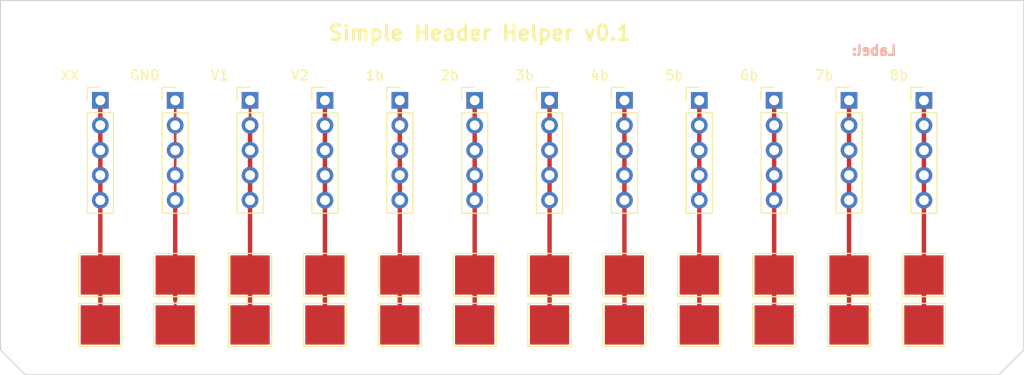
<source format=kicad_pcb>
(kicad_pcb (version 20211014) (generator pcbnew)
  (layers (0 "F.Cu" signal) (31 "B.Cu" signal) (34 "B.Paste" user) (35 "F.Paste" user) (36 "B.SilkS" user "B.Silkscreen") (37 "F.SilkS" user "F.Silkscreen") (38 "B.Mask" user) (39 "F.Mask" user) (44 "Edge.Cuts" user))
  (net 0 "")
  (net 1 "Net-(J1-Pad5)")
  (net 2 "Net-(J2-Pad5)")
  (net 3 "Net-(J3-Pad5)")
  (net 4 "Net-(J4-Pad5)")
  (net 5 "Net-(J5-Pad5)")
  (net 6 "Net-(J6-Pad5)")
  (net 7 "Net-(J7-Pad4)")
  (net 8 "Net-(J8-Pad5)")
  (net 9 "Net-(Ja1-Pad5)")
  (net 10 "Net-(Jb1-Pad1)")
  (net 11 "Net-(Jc1-Pad5)")
  (net 12 "Net-(Jd1-Pad5)")
  (footprint "TestPoint:TestPoint_Pad_4.0x4.0mm" (layer "F.Cu") (at 91.44 104.14 -90)
    (fp_text reference "TP24" hide)
    (fp_text value "XX" (at -20.32 3.1 180) (layer "F.SilkS"))
    (fp_line (start 2.2 -2.2) (end 2.2 2.2) (layer "F.SilkS") (width 0.12))
    (fp_line (start -2.2 2.2) (end -2.2 -2.2) (layer "F.SilkS") (width 0.12))
    (fp_line (start 2.2 2.2) (end -2.2 2.2) (layer "F.SilkS") (width 0.12))
    (fp_line (start -2.2 -2.2) (end 2.2 -2.2) (layer "F.SilkS") (width 0.12))
    (pad "1" smd rect (at 0 0 270) (size 4 4) (layers "F.Cu" "F.Mask") (net 12 "Net-(Jd1-Pad5)"))
  )
  (footprint "Connector_PinHeader_2.54mm:PinHeader_1x05_P2.54mm_Vertical" (layer "F.Cu") (at 106.68 86.36)
    (fp_text reference "Ja1" hide)
    (fp_text value "Conn_01x05_Male" hide)
    (fp_line (start -1.33 1.27) (end -1.33 11.49) (layer "F.SilkS") (width 0.12))
    (fp_line (start -1.33 11.49) (end 1.33 11.49) (layer "F.SilkS") (width 0.12))
    (fp_line (start 1.33 1.27) (end 1.33 11.49) (layer "F.SilkS") (width 0.12))
    (fp_line (start -1.33 0) (end -1.33 -1.33) (layer "F.SilkS") (width 0.12))
    (fp_line (start -1.33 1.27) (end 1.33 1.27) (layer "F.SilkS") (width 0.12))
    (fp_line (start -1.33 -1.33) (end 0 -1.33) (layer "F.SilkS") (width 0.12))
    (pad "1" thru_hole rect (at 0 0) (size 1.7 1.7) (drill 1) (layers *.Cu *.Mask) (net 9 "Net-(Ja1-Pad5)"))
    (pad "2" thru_hole oval (at 0 2.54) (size 1.7 1.7) (drill 1) (layers *.Cu *.Mask) (net 9 "Net-(Ja1-Pad5)"))
    (pad "3" thru_hole oval (at 0 5.08) (size 1.7 1.7) (drill 1) (layers *.Cu *.Mask) (net 9 "Net-(Ja1-Pad5)"))
    (pad "4" thru_hole oval (at 0 7.62) (size 1.7 1.7) (drill 1) (layers *.Cu *.Mask) (net 9 "Net-(Ja1-Pad5)"))
    (pad "5" thru_hole oval (at 0 10.16) (size 1.7 1.7) (drill 1) (layers *.Cu *.Mask) (net 9 "Net-(Ja1-Pad5)"))
  )
  (footprint "MountingHole:MountingHole_2.5mm" (layer "F.Cu") (at 84.836 79.756)
    (fp_text reference "REF1" hide)
    (fp_text value "MountingHole_2.5mm" hide)
    (pad "" np_thru_hole circle (at 0 0) (size 2.5 2.5) (drill 2.5) (layers *.Cu *.Mask))
  )
  (footprint "TestPoint:TestPoint_Pad_4.0x4.0mm" (layer "F.Cu") (at 160.02 109.22)
    (fp_text reference "TP11" hide)
    (fp_text value "6b1" hide)
    (fp_line (start -2.2 -2.2) (end 2.2 -2.2) (layer "F.SilkS") (width 0.12))
    (fp_line (start -2.2 2.2) (end -2.2 -2.2) (layer "F.SilkS") (width 0.12))
    (fp_line (start 2.2 -2.2) (end 2.2 2.2) (layer "F.SilkS") (width 0.12))
    (fp_line (start 2.2 2.2) (end -2.2 2.2) (layer "F.SilkS") (width 0.12))
    (pad "1" smd rect (at 0 0) (size 4 4) (layers "F.Cu" "F.Mask") (net 6 "Net-(J6-Pad5)"))
  )
  (footprint "TestPoint:TestPoint_Pad_4.0x4.0mm" (layer "F.Cu") (at 99.06 104.14 -90)
    (fp_text reference "TP22" hide)
    (fp_text value "GND" (at -20.32 3.1 180) (layer "F.SilkS"))
    (fp_line (start 2.2 -2.2) (end 2.2 2.2) (layer "F.SilkS") (width 0.12))
    (fp_line (start -2.2 -2.2) (end 2.2 -2.2) (layer "F.SilkS") (width 0.12))
    (fp_line (start -2.2 2.2) (end -2.2 -2.2) (layer "F.SilkS") (width 0.12))
    (fp_line (start 2.2 2.2) (end -2.2 2.2) (layer "F.SilkS") (width 0.12))
    (pad "1" smd rect (at 0 0 270) (size 4 4) (layers "F.Cu" "F.Mask") (net 11 "Net-(Jc1-Pad5)"))
  )
  (footprint "TestPoint:TestPoint_Pad_4.0x4.0mm" (layer "F.Cu") (at 137.16 109.22)
    (fp_text reference "TP5" hide)
    (fp_text value "3b1" hide)
    (fp_line (start -2.2 -2.2) (end 2.2 -2.2) (layer "F.SilkS") (width 0.12))
    (fp_line (start -2.2 2.2) (end -2.2 -2.2) (layer "F.SilkS") (width 0.12))
    (fp_line (start 2.2 2.2) (end -2.2 2.2) (layer "F.SilkS") (width 0.12))
    (fp_line (start 2.2 -2.2) (end 2.2 2.2) (layer "F.SilkS") (width 0.12))
    (pad "1" smd rect (at 0 0) (size 4 4) (layers "F.Cu" "F.Mask") (net 3 "Net-(J3-Pad5)"))
  )
  (footprint "Connector_PinHeader_2.54mm:PinHeader_1x05_P2.54mm_Vertical" (layer "F.Cu") (at 167.64 86.36)
    (fp_text reference "J7" hide)
    (fp_text value "7b" (at -2.54 -2.54) (layer "F.SilkS"))
    (fp_line (start -1.33 11.49) (end 1.33 11.49) (layer "F.SilkS") (width 0.12))
    (fp_line (start -1.33 0) (end -1.33 -1.33) (layer "F.SilkS") (width 0.12))
    (fp_line (start -1.33 -1.33) (end 0 -1.33) (layer "F.SilkS") (width 0.12))
    (fp_line (start -1.33 1.27) (end 1.33 1.27) (layer "F.SilkS") (width 0.12))
    (fp_line (start -1.33 1.27) (end -1.33 11.49) (layer "F.SilkS") (width 0.12))
    (fp_line (start 1.33 1.27) (end 1.33 11.49) (layer "F.SilkS") (width 0.12))
    (pad "1" thru_hole rect (at 0 0) (size 1.7 1.7) (drill 1) (layers *.Cu *.Mask) (net 7 "Net-(J7-Pad4)"))
    (pad "2" thru_hole oval (at 0 2.54) (size 1.7 1.7) (drill 1) (layers *.Cu *.Mask) (net 7 "Net-(J7-Pad4)"))
    (pad "3" thru_hole oval (at 0 5.08) (size 1.7 1.7) (drill 1) (layers *.Cu *.Mask) (net 7 "Net-(J7-Pad4)"))
    (pad "4" thru_hole oval (at 0 7.62) (size 1.7 1.7) (drill 1) (layers *.Cu *.Mask) (net 7 "Net-(J7-Pad4)"))
    (pad "5" thru_hole oval (at 0 10.16) (size 1.7 1.7) (drill 1) (layers *.Cu *.Mask) (net 7 "Net-(J7-Pad4)"))
  )
  (footprint "TestPoint:TestPoint_Pad_4.0x4.0mm" (layer "F.Cu") (at 121.92 109.22)
    (fp_text reference "TP2" hide)
    (fp_text value "1b2" hide)
    (fp_line (start 2.2 2.2) (end -2.2 2.2) (layer "F.SilkS") (width 0.12))
    (fp_line (start -2.2 -2.2) (end 2.2 -2.2) (layer "F.SilkS") (width 0.12))
    (fp_line (start 2.2 -2.2) (end 2.2 2.2) (layer "F.SilkS") (width 0.12))
    (fp_line (start -2.2 2.2) (end -2.2 -2.2) (layer "F.SilkS") (width 0.12))
    (pad "1" smd rect (at 0 0) (size 4 4) (layers "F.Cu" "F.Mask") (net 1 "Net-(J1-Pad5)"))
  )
  (footprint "TestPoint:TestPoint_Pad_4.0x4.0mm" (layer "F.Cu") (at 129.54 104.14)
    (fp_text reference "TP4" hide)
    (fp_text value "2b2" hide)
    (fp_line (start 2.2 2.2) (end -2.2 2.2) (layer "F.SilkS") (width 0.12))
    (fp_line (start -2.2 -2.2) (end 2.2 -2.2) (layer "F.SilkS") (width 0.12))
    (fp_line (start -2.2 2.2) (end -2.2 -2.2) (layer "F.SilkS") (width 0.12))
    (fp_line (start 2.2 -2.2) (end 2.2 2.2) (layer "F.SilkS") (width 0.12))
    (pad "1" smd rect (at 0 0) (size 4 4) (layers "F.Cu" "F.Mask") (net 2 "Net-(J2-Pad5)"))
  )
  (footprint "TestPoint:TestPoint_Pad_4.0x4.0mm" (layer "F.Cu") (at 114.3 104.14 -90)
    (fp_text reference "TP20" hide)
    (fp_text value "V2" (at -20.32 2.54 180) (layer "F.SilkS"))
    (fp_line (start 2.2 2.2) (end -2.2 2.2) (layer "F.SilkS") (width 0.12))
    (fp_line (start 2.2 -2.2) (end 2.2 2.2) (layer "F.SilkS") (width 0.12))
    (fp_line (start -2.2 -2.2) (end 2.2 -2.2) (layer "F.SilkS") (width 0.12))
    (fp_line (start -2.2 2.2) (end -2.2 -2.2) (layer "F.SilkS") (width 0.12))
    (pad "1" smd rect (at 0 0 270) (size 4 4) (layers "F.Cu" "F.Mask") (net 10 "Net-(Jb1-Pad1)"))
  )
  (footprint "TestPoint:TestPoint_Pad_4.0x4.0mm" (layer "F.Cu") (at 144.78 104.14)
    (fp_text reference "TP8" hide)
    (fp_text value "4b2" hide)
    (fp_line (start -2.2 2.2) (end -2.2 -2.2) (layer "F.SilkS") (width 0.12))
    (fp_line (start -2.2 -2.2) (end 2.2 -2.2) (layer "F.SilkS") (width 0.12))
    (fp_line (start 2.2 2.2) (end -2.2 2.2) (layer "F.SilkS") (width 0.12))
    (fp_line (start 2.2 -2.2) (end 2.2 2.2) (layer "F.SilkS") (width 0.12))
    (pad "1" smd rect (at 0 0) (size 4 4) (layers "F.Cu" "F.Mask") (net 4 "Net-(J4-Pad5)"))
  )
  (footprint "Connector_PinHeader_2.54mm:PinHeader_1x05_P2.54mm_Vertical" (layer "F.Cu") (at 144.78 86.36)
    (fp_text reference "J4" hide)
    (fp_text value "4b" (at -2.54 -2.54) (layer "F.SilkS"))
    (fp_line (start -1.33 1.27) (end -1.33 11.49) (layer "F.SilkS") (width 0.12))
    (fp_line (start -1.33 0) (end -1.33 -1.33) (layer "F.SilkS") (width 0.12))
    (fp_line (start -1.33 1.27) (end 1.33 1.27) (layer "F.SilkS") (width 0.12))
    (fp_line (start -1.33 11.49) (end 1.33 11.49) (layer "F.SilkS") (width 0.12))
    (fp_line (start -1.33 -1.33) (end 0 -1.33) (layer "F.SilkS") (width 0.12))
    (fp_line (start 1.33 1.27) (end 1.33 11.49) (layer "F.SilkS") (width 0.12))
    (pad "1" thru_hole rect (at 0 0) (size 1.7 1.7) (drill 1) (layers *.Cu *.Mask) (net 4 "Net-(J4-Pad5)"))
    (pad "2" thru_hole oval (at 0 2.54) (size 1.7 1.7) (drill 1) (layers *.Cu *.Mask) (net 4 "Net-(J4-Pad5)"))
    (pad "3" thru_hole oval (at 0 5.08) (size 1.7 1.7) (drill 1) (layers *.Cu *.Mask) (net 4 "Net-(J4-Pad5)"))
    (pad "4" thru_hole oval (at 0 7.62) (size 1.7 1.7) (drill 1) (layers *.Cu *.Mask) (net 4 "Net-(J4-Pad5)"))
    (pad "5" thru_hole oval (at 0 10.16) (size 1.7 1.7) (drill 1) (layers *.Cu *.Mask) (net 4 "Net-(J4-Pad5)"))
  )
  (footprint "TestPoint:TestPoint_Pad_4.0x4.0mm" (layer "F.Cu") (at 114.3 109.22 -90)
    (fp_text reference "TP19" hide)
    (fp_text value "V2" hide)
    (fp_line (start 2.2 -2.2) (end 2.2 2.2) (layer "F.SilkS") (width 0.12))
    (fp_line (start 2.2 2.2) (end -2.2 2.2) (layer "F.SilkS") (width 0.12))
    (fp_line (start -2.2 2.2) (end -2.2 -2.2) (layer "F.SilkS") (width 0.12))
    (fp_line (start -2.2 -2.2) (end 2.2 -2.2) (layer "F.SilkS") (width 0.12))
    (pad "1" smd rect (at 0 0 270) (size 4 4) (layers "F.Cu" "F.Mask") (net 10 "Net-(Jb1-Pad1)"))
  )
  (footprint "TestPoint:TestPoint_Pad_4.0x4.0mm" (layer "F.Cu") (at 167.64 104.14)
    (fp_text reference "TP13" hide)
    (fp_text value "7b1" hide)
    (fp_line (start 2.2 2.2) (end -2.2 2.2) (layer "F.SilkS") (width 0.12))
    (fp_line (start -2.2 -2.2) (end 2.2 -2.2) (layer "F.SilkS") (width 0.12))
    (fp_line (start 2.2 -2.2) (end 2.2 2.2) (layer "F.SilkS") (width 0.12))
    (fp_line (start -2.2 2.2) (end -2.2 -2.2) (layer "F.SilkS") (width 0.12))
    (pad "1" smd rect (at 0 0) (size 4 4) (layers "F.Cu" "F.Mask") (net 7 "Net-(J7-Pad4)"))
  )
  (footprint "Connector_PinHeader_2.54mm:PinHeader_1x05_P2.54mm_Vertical" (layer "F.Cu") (at 129.54 86.365)
    (fp_text reference "J2" hide)
    (fp_text value "2b" (at -2.54 -2.545) (layer "F.SilkS"))
    (fp_line (start -1.33 1.27) (end 1.33 1.27) (layer "F.SilkS") (width 0.12))
    (fp_line (start 1.33 1.27) (end 1.33 11.49) (layer "F.SilkS") (width 0.12))
    (fp_line (start -1.33 0) (end -1.33 -1.33) (layer "F.SilkS") (width 0.12))
    (fp_line (start -1.33 -1.33) (end 0 -1.33) (layer "F.SilkS") (width 0.12))
    (fp_line (start -1.33 11.49) (end 1.33 11.49) (layer "F.SilkS") (width 0.12))
    (fp_line (start -1.33 1.27) (end -1.33 11.49) (layer "F.SilkS") (width 0.12))
    (pad "1" thru_hole rect (at 0 0) (size 1.7 1.7) (drill 1) (layers *.Cu *.Mask) (net 2 "Net-(J2-Pad5)"))
    (pad "2" thru_hole oval (at 0 2.54) (size 1.7 1.7) (drill 1) (layers *.Cu *.Mask) (net 2 "Net-(J2-Pad5)"))
    (pad "3" thru_hole oval (at 0 5.08) (size 1.7 1.7) (drill 1) (layers *.Cu *.Mask) (net 2 "Net-(J2-Pad5)"))
    (pad "4" thru_hole oval (at 0 7.62) (size 1.7 1.7) (drill 1) (layers *.Cu *.Mask) (net 2 "Net-(J2-Pad5)"))
    (pad "5" thru_hole oval (at 0 10.16) (size 1.7 1.7) (drill 1) (layers *.Cu *.Mask) (net 2 "Net-(J2-Pad5)"))
  )
  (footprint "TestPoint:TestPoint_Pad_4.0x4.0mm" (layer "F.Cu") (at 144.78 109.22)
    (fp_text reference "TP7" hide)
    (fp_text value "4b1" hide)
    (fp_line (start 2.2 -2.2) (end 2.2 2.2) (layer "F.SilkS") (width 0.12))
    (fp_line (start -2.2 2.2) (end -2.2 -2.2) (layer "F.SilkS") (width 0.12))
    (fp_line (start -2.2 -2.2) (end 2.2 -2.2) (layer "F.SilkS") (width 0.12))
    (fp_line (start 2.2 2.2) (end -2.2 2.2) (layer "F.SilkS") (width 0.12))
    (pad "1" smd rect (at 0 0) (size 4 4) (layers "F.Cu" "F.Mask") (net 4 "Net-(J4-Pad5)"))
  )
  (footprint "TestPoint:TestPoint_Pad_4.0x4.0mm" (layer "F.Cu") (at 152.4 109.22)
    (fp_text reference "TP9" hide)
    (fp_text value "5b1" hide)
    (fp_line (start 2.2 2.2) (end -2.2 2.2) (layer "F.SilkS") (width 0.12))
    (fp_line (start -2.2 2.2) (end -2.2 -2.2) (layer "F.SilkS") (width 0.12))
    (fp_line (start -2.2 -2.2) (end 2.2 -2.2) (layer "F.SilkS") (width 0.12))
    (fp_line (start 2.2 -2.2) (end 2.2 2.2) (layer "F.SilkS") (width 0.12))
    (pad "1" smd rect (at 0 0) (size 4 4) (layers "F.Cu" "F.Mask") (net 5 "Net-(J5-Pad5)"))
  )
  (footprint "Connector_PinHeader_2.54mm:PinHeader_1x05_P2.54mm_Vertical" (layer "F.Cu") (at 152.4 86.365)
    (fp_text reference "J5" hide)
    (fp_text value "5b" (at -2.54 -2.545) (layer "F.SilkS"))
    (fp_line (start -1.33 0) (end -1.33 -1.33) (layer "F.SilkS") (width 0.12))
    (fp_line (start -1.33 1.27) (end -1.33 11.49) (layer "F.SilkS") (width 0.12))
    (fp_line (start 1.33 1.27) (end 1.33 11.49) (layer "F.SilkS") (width 0.12))
    (fp_line (start -1.33 11.49) (end 1.33 11.49) (layer "F.SilkS") (width 0.12))
    (fp_line (start -1.33 1.27) (end 1.33 1.27) (layer "F.SilkS") (width 0.12))
    (fp_line (start -1.33 -1.33) (end 0 -1.33) (layer "F.SilkS") (width 0.12))
    (pad "1" thru_hole rect (at 0 0) (size 1.7 1.7) (drill 1) (layers *.Cu *.Mask) (net 5 "Net-(J5-Pad5)"))
    (pad "2" thru_hole oval (at 0 2.54) (size 1.7 1.7) (drill 1) (layers *.Cu *.Mask) (net 5 "Net-(J5-Pad5)"))
    (pad "3" thru_hole oval (at 0 5.08) (size 1.7 1.7) (drill 1) (layers *.Cu *.Mask) (net 5 "Net-(J5-Pad5)"))
    (pad "4" thru_hole oval (at 0 7.62) (size 1.7 1.7) (drill 1) (layers *.Cu *.Mask) (net 5 "Net-(J5-Pad5)"))
    (pad "5" thru_hole oval (at 0 10.16) (size 1.7 1.7) (drill 1) (layers *.Cu *.Mask) (net 5 "Net-(J5-Pad5)"))
  )
  (footprint "Connector_PinHeader_2.54mm:PinHeader_1x05_P2.54mm_Vertical" (layer "F.Cu") (at 160.02 86.36)
    (fp_text reference "J6" hide)
    (fp_text value "6b" (at -2.54 -2.54) (layer "F.SilkS"))
    (fp_line (start -1.33 1.27) (end 1.33 1.27) (layer "F.SilkS") (width 0.12))
    (fp_line (start -1.33 0) (end -1.33 -1.33) (layer "F.SilkS") (width 0.12))
    (fp_line (start 1.33 1.27) (end 1.33 11.49) (layer "F.SilkS") (width 0.12))
    (fp_line (start -1.33 11.49) (end 1.33 11.49) (layer "F.SilkS") (width 0.12))
    (fp_line (start -1.33 -1.33) (end 0 -1.33) (layer "F.SilkS") (width 0.12))
    (fp_line (start -1.33 1.27) (end -1.33 11.49) (layer "F.SilkS") (width 0.12))
    (pad "1" thru_hole rect (at 0 0) (size 1.7 1.7) (drill 1) (layers *.Cu *.Mask) (net 6 "Net-(J6-Pad5)"))
    (pad "2" thru_hole oval (at 0 2.54) (size 1.7 1.7) (drill 1) (layers *.Cu *.Mask) (net 6 "Net-(J6-Pad5)"))
    (pad "3" thru_hole oval (at 0 5.08) (size 1.7 1.7) (drill 1) (layers *.Cu *.Mask) (net 6 "Net-(J6-Pad5)"))
    (pad "4" thru_hole oval (at 0 7.62) (size 1.7 1.7) (drill 1) (layers *.Cu *.Mask) (net 6 "Net-(J6-Pad5)"))
    (pad "5" thru_hole oval (at 0 10.16) (size 1.7 1.7) (drill 1) (layers *.Cu *.Mask) (net 6 "Net-(J6-Pad5)"))
  )
  (footprint "Connector_PinHeader_2.54mm:PinHeader_1x05_P2.54mm_Vertical" (layer "F.Cu") (at 121.92 86.36)
    (fp_text reference "J1" hide)
    (fp_text value "1b" (at -2.54 -2.54) (layer "F.SilkS"))
    (fp_line (start -1.33 1.27) (end -1.33 11.49) (layer "F.SilkS") (width 0.12))
    (fp_line (start -1.33 1.27) (end 1.33 1.27) (layer "F.SilkS") (width 0.12))
    (fp_line (start -1.33 0) (end -1.33 -1.33) (layer "F.SilkS") (width 0.12))
    (fp_line (start 1.33 1.27) (end 1.33 11.49) (layer "F.SilkS") (width 0.12))
    (fp_line (start -1.33 -1.33) (end 0 -1.33) (layer "F.SilkS") (width 0.12))
    (fp_line (start -1.33 11.49) (end 1.33 11.49) (layer "F.SilkS") (width 0.12))
    (pad "1" thru_hole rect (at 0 0) (size 1.7 1.7) (drill 1) (layers *.Cu *.Mask) (net 1 "Net-(J1-Pad5)"))
    (pad "2" thru_hole oval (at 0 2.54) (size 1.7 1.7) (drill 1) (layers *.Cu *.Mask) (net 1 "Net-(J1-Pad5)"))
    (pad "3" thru_hole oval (at 0 5.08) (size 1.7 1.7) (drill 1) (layers *.Cu *.Mask) (net 1 "Net-(J1-Pad5)"))
    (pad "4" thru_hole oval (at 0 7.62) (size 1.7 1.7) (drill 1) (layers *.Cu *.Mask) (net 1 "Net-(J1-Pad5)"))
    (pad "5" thru_hole oval (at 0 10.16) (size 1.7 1.7) (drill 1) (layers *.Cu *.Mask) (net 1 "Net-(J1-Pad5)"))
  )
  (footprint "TestPoint:TestPoint_Pad_4.0x4.0mm" (layer "F.Cu") (at 152.4 104.14)
    (fp_text reference "TP10" hide)
    (fp_text value "5b2" hide)
    (fp_line (start -2.2 2.2) (end -2.2 -2.2) (layer "F.SilkS") (width 0.12))
    (fp_line (start 2.2 2.2) (end -2.2 2.2) (layer "F.SilkS") (width 0.12))
    (fp_line (start -2.2 -2.2) (end 2.2 -2.2) (layer "F.SilkS") (width 0.12))
    (fp_line (start 2.2 -2.2) (end 2.2 2.2) (layer "F.SilkS") (width 0.12))
    (pad "1" smd rect (at 0 0) (size 4 4) (layers "F.Cu" "F.Mask") (net 5 "Net-(J5-Pad5)"))
  )
  (footprint "TestPoint:TestPoint_Pad_4.0x4.0mm" (layer "F.Cu") (at 175.26 109.22)
    (fp_text reference "TP16" hide)
    (fp_text value "8b2" hide)
    (fp_line (start 2.2 2.2) (end -2.2 2.2) (layer "F.SilkS") (width 0.12))
    (fp_line (start 2.2 -2.2) (end 2.2 2.2) (layer "F.SilkS") (width 0.12))
    (fp_line (start -2.2 2.2) (end -2.2 -2.2) (layer "F.SilkS") (width 0.12))
    (fp_line (start -2.2 -2.2) (end 2.2 -2.2) (layer "F.SilkS") (width 0.12))
    (pad "1" smd rect (at 0 0) (size 4 4) (layers "F.Cu" "F.Mask") (net 8 "Net-(J8-Pad5)"))
  )
  (footprint "Connector_PinHeader_2.54mm:PinHeader_1x05_P2.54mm_Vertical" (layer "F.Cu") (at 137.16 86.36)
    (fp_text reference "J3" hide)
    (fp_text value "3b" (at -2.54 -2.54) (layer "F.SilkS"))
    (fp_line (start 1.33 1.27) (end 1.33 11.49) (layer "F.SilkS") (width 0.12))
    (fp_line (start -1.33 11.49) (end 1.33 11.49) (layer "F.SilkS") (width 0.12))
    (fp_line (start -1.33 0) (end -1.33 -1.33) (layer "F.SilkS") (width 0.12))
    (fp_line (start -1.33 1.27) (end 1.33 1.27) (layer "F.SilkS") (width 0.12))
    (fp_line (start -1.33 1.27) (end -1.33 11.49) (layer "F.SilkS") (width 0.12))
    (fp_line (start -1.33 -1.33) (end 0 -1.33) (layer "F.SilkS") (width 0.12))
    (pad "1" thru_hole rect (at 0 0) (size 1.7 1.7) (drill 1) (layers *.Cu *.Mask) (net 3 "Net-(J3-Pad5)"))
    (pad "2" thru_hole oval (at 0 2.54) (size 1.7 1.7) (drill 1) (layers *.Cu *.Mask) (net 3 "Net-(J3-Pad5)"))
    (pad "3" thru_hole oval (at 0 5.08) (size 1.7 1.7) (drill 1) (layers *.Cu *.Mask) (net 3 "Net-(J3-Pad5)"))
    (pad "4" thru_hole oval (at 0 7.62) (size 1.7 1.7) (drill 1) (layers *.Cu *.Mask) (net 3 "Net-(J3-Pad5)"))
    (pad "5" thru_hole oval (at 0 10.16) (size 1.7 1.7) (drill 1) (layers *.Cu *.Mask) (net 3 "Net-(J3-Pad5)"))
  )
  (footprint "TestPoint:TestPoint_Pad_4.0x4.0mm" (layer "F.Cu") (at 137.16 104.14)
    (fp_text reference "TP6" hide)
    (fp_text value "3b2" hide)
    (fp_line (start -2.2 2.2) (end -2.2 -2.2) (layer "F.SilkS") (width 0.12))
    (fp_line (start -2.2 -2.2) (end 2.2 -2.2) (layer "F.SilkS") (width 0.12))
    (fp_line (start 2.2 -2.2) (end 2.2 2.2) (layer "F.SilkS") (width 0.12))
    (fp_line (start 2.2 2.2) (end -2.2 2.2) (layer "F.SilkS") (width 0.12))
    (pad "1" smd rect (at 0 0) (size 4 4) (layers "F.Cu" "F.Mask") (net 3 "Net-(J3-Pad5)"))
  )
  (footprint "Connector_PinHeader_2.54mm:PinHeader_1x05_P2.54mm_Vertical" (layer "F.Cu") (at 114.3 86.365)
    (fp_text reference "Jb1" hide)
    (fp_text value "Conn_01x05_Male" hide)
    (fp_line (start -1.33 0) (end -1.33 -1.33) (layer "F.SilkS") (width 0.12))
    (fp_line (start -1.33 11.49) (end 1.33 11.49) (layer "F.SilkS") (width 0.12))
    (fp_line (start -1.33 1.27) (end 1.33 1.27) (layer "F.SilkS") (width 0.12))
    (fp_line (start 1.33 1.27) (end 1.33 11.49) (layer "F.SilkS") (width 0.12))
    (fp_line (start -1.33 1.27) (end -1.33 11.49) (layer "F.SilkS") (width 0.12))
    (fp_line (start -1.33 -1.33) (end 0 -1.33) (layer "F.SilkS") (width 0.12))
    (pad "1" thru_hole rect (at 0 0) (size 1.7 1.7) (drill 1) (layers *.Cu *.Mask) (net 10 "Net-(Jb1-Pad1)"))
    (pad "2" thru_hole oval (at 0 2.54) (size 1.7 1.7) (drill 1) (layers *.Cu *.Mask) (net 10 "Net-(Jb1-Pad1)"))
    (pad "3" thru_hole oval (at 0 5.08) (size 1.7 1.7) (drill 1) (layers *.Cu *.Mask) (net 10 "Net-(Jb1-Pad1)"))
    (pad "4" thru_hole oval (at 0 7.62) (size 1.7 1.7) (drill 1) (layers *.Cu *.Mask) (net 10 "Net-(Jb1-Pad1)"))
    (pad "5" thru_hole oval (at 0 10.16) (size 1.7 1.7) (drill 1) (layers *.Cu *.Mask) (net 10 "Net-(Jb1-Pad1)"))
  )
  (footprint "TestPoint:TestPoint_Pad_4.0x4.0mm" (layer "F.Cu") (at 121.92 104.14)
    (fp_text reference "TP1" hide)
    (fp_text value "1b1" hide)
    (fp_line (start 2.2 2.2) (end -2.2 2.2) (layer "F.SilkS") (width 0.12))
    (fp_line (start 2.2 -2.2) (end 2.2 2.2) (layer "F.SilkS") (width 0.12))
    (fp_line (start -2.2 -2.2) (end 2.2 -2.2) (layer "F.SilkS") (width 0.12))
    (fp_line (start -2.2 2.2) (end -2.2 -2.2) (layer "F.SilkS") (width 0.12))
    (pad "1" smd rect (at 0 0) (size 4 4) (layers "F.Cu" "F.Mask") (net 1 "Net-(J1-Pad5)"))
  )
  (footprint "MountingHole:MountingHole_2.5mm" (layer "F.Cu") (at 181.864 79.756)
    (fp_text reference "REF**" hide)
    (fp_text value "MountingHole_2.5mm" hide)
    (pad "" np_thru_hole circle (at 0 0) (size 2.5 2.5) (drill 2.5) (layers *.Cu *.Mask))
  )
  (footprint "Connector_PinHeader_2.54mm:PinHeader_1x05_P2.54mm_Vertical" (layer "F.Cu") (at 175.26 86.365)
    (fp_text reference "J8" hide)
    (fp_text value "8b" (at -2.54 -2.545) (layer "F.SilkS"))
    (fp_line (start -1.33 -1.33) (end 0 -1.33) (layer "F.SilkS") (width 0.12))
    (fp_line (start 1.33 1.27) (end 1.33 11.49) (layer "F.SilkS") (width 0.12))
    (fp_line (start -1.33 1.27) (end 1.33 1.27) (layer "F.SilkS") (width 0.12))
    (fp_line (start -1.33 0) (end -1.33 -1.33) (layer "F.SilkS") (width 0.12))
    (fp_line (start -1.33 11.49) (end 1.33 11.49) (layer "F.SilkS") (width 0.12))
    (fp_line (start -1.33 1.27) (end -1.33 11.49) (layer "F.SilkS") (width 0.12))
    (pad "1" thru_hole rect (at 0 0) (size 1.7 1.7) (drill 1) (layers *.Cu *.Mask) (net 8 "Net-(J8-Pad5)"))
    (pad "2" thru_hole oval (at 0 2.54) (size 1.7 1.7) (drill 1) (layers *.Cu *.Mask) (net 8 "Net-(J8-Pad5)"))
    (pad "3" thru_hole oval (at 0 5.08) (size 1.7 1.7) (drill 1) (layers *.Cu *.Mask) (net 8 "Net-(J8-Pad5)"))
    (pad "4" thru_hole oval (at 0 7.62) (size 1.7 1.7) (drill 1) (layers *.Cu *.Mask) (net 8 "Net-(J8-Pad5)"))
    (pad "5" thru_hole oval (at 0 10.16) (size 1.7 1.7) (drill 1) (layers *.Cu *.Mask) (net 8 "Net-(J8-Pad5)"))
  )
  (footprint "TestPoint:TestPoint_Pad_4.0x4.0mm" (layer "F.Cu") (at 106.68 104.14 -90)
    (fp_text reference "TP17" hide)
    (fp_text value "V1" (at -20.32 3.1 180) (layer "F.SilkS"))
    (fp_line (start -2.2 2.2) (end -2.2 -2.2) (layer "F.SilkS") (width 0.12))
    (fp_line (start 2.2 2.2) (end -2.2 2.2) (layer "F.SilkS") (width 0.12))
    (fp_line (start -2.2 -2.2) (end 2.2 -2.2) (layer "F.SilkS") (width 0.12))
    (fp_line (start 2.2 -2.2) (end 2.2 2.2) (layer "F.SilkS") (width 0.12))
    (pad "1" smd rect (at 0 0 270) (size 4 4) (layers "F.Cu" "F.Mask") (net 9 "Net-(Ja1-Pad5)"))
  )
  (footprint "TestPoint:TestPoint_Pad_4.0x4.0mm" (layer "F.Cu") (at 99.06 109.22 -90)
    (fp_text reference "TP21" hide)
    (fp_text value "GND" hide)
    (fp_line (start -2.2 2.2) (end -2.2 -2.2) (layer "F.SilkS") (width 0.12))
    (fp_line (start 2.2 2.2) (end -2.2 2.2) (layer "F.SilkS") (width 0.12))
    (fp_line (start -2.2 -2.2) (end 2.2 -2.2) (layer "F.SilkS") (width 0.12))
    (fp_line (start 2.2 -2.2) (end 2.2 2.2) (layer "F.SilkS") (width 0.12))
    (pad "1" smd rect (at 0 0 270) (size 4 4) (layers "F.Cu" "F.Mask") (net 11 "Net-(Jc1-Pad5)"))
  )
  (footprint "Connector_PinHeader_2.54mm:PinHeader_1x05_P2.54mm_Vertical" (layer "F.Cu") (at 91.44 86.36)
    (fp_text reference "Jd1" hide)
    (fp_text value "Conn_01x05_Male" hide)
    (fp_line (start -1.33 1.27) (end 1.33 1.27) (layer "F.SilkS") (width 0.12))
    (fp_line (start -1.33 1.27) (end -1.33 11.49) (layer "F.SilkS") (width 0.12))
    (fp_line (start 1.33 1.27) (end 1.33 11.49) (layer "F.SilkS") (width 0.12))
    (fp_line (start -1.33 0) (end -1.33 -1.33) (layer "F.SilkS") (width 0.12))
    (fp_line (start -1.33 -1.33) (end 0 -1.33) (layer "F.SilkS") (width 0.12))
    (fp_line (start -1.33 11.49) (end 1.33 11.49) (layer "F.SilkS") (width 0.12))
    (pad "1" thru_hole rect (at 0 0) (size 1.7 1.7) (drill 1) (layers *.Cu *.Mask) (net 12 "Net-(Jd1-Pad5)"))
    (pad "2" thru_hole oval (at 0 2.54) (size 1.7 1.7) (drill 1) (layers *.Cu *.Mask) (net 12 "Net-(Jd1-Pad5)"))
    (pad "3" thru_hole oval (at 0 5.08) (size 1.7 1.7) (drill 1) (layers *.Cu *.Mask) (net 12 "Net-(Jd1-Pad5)"))
    (pad "4" thru_hole oval (at 0 7.62) (size 1.7 1.7) (drill 1) (layers *.Cu *.Mask) (net 12 "Net-(Jd1-Pad5)"))
    (pad "5" thru_hole oval (at 0 10.16) (size 1.7 1.7) (drill 1) (layers *.Cu *.Mask) (net 12 "Net-(Jd1-Pad5)"))
  )
  (footprint "TestPoint:TestPoint_Pad_4.0x4.0mm" (layer "F.Cu") (at 91.44 109.22 -90)
    (fp_text reference "TP23" hide)
    (fp_text value "XX" hide)
    (fp_line (start -2.2 2.2) (end -2.2 -2.2) (layer "F.SilkS") (width 0.12))
    (fp_line (start 2.2 2.2) (end -2.2 2.2) (layer "F.SilkS") (width 0.12))
    (fp_line (start -2.2 -2.2) (end 2.2 -2.2) (layer "F.SilkS") (width 0.12))
    (fp_line (start 2.2 -2.2) (end 2.2 2.2) (layer "F.SilkS") (width 0.12))
    (pad "1" smd rect (at 0 0 270) (size 4 4) (layers "F.Cu" "F.Mask") (net 12 "Net-(Jd1-Pad5)"))
  )
  (footprint "TestPoint:TestPoint_Pad_4.0x4.0mm" (layer "F.Cu") (at 160.02 104.14)
    (fp_text reference "TP12" hide)
    (fp_text value "6b2" hide)
    (fp_line (start -2.2 2.2) (end -2.2 -2.2) (layer "F.SilkS") (width 0.12))
    (fp_line (start -2.2 -2.2) (end 2.2 -2.2) (layer "F.SilkS") (width 0.12))
    (fp_line (start 2.2 2.2) (end -2.2 2.2) (layer "F.SilkS") (width 0.12))
    (fp_line (start 2.2 -2.2) (end 2.2 2.2) (layer "F.SilkS") (width 0.12))
    (pad "1" smd rect (at 0 0) (size 4 4) (layers "F.Cu" "F.Mask") (net 6 "Net-(J6-Pad5)"))
  )
  (footprint "TestPoint:TestPoint_Pad_4.0x4.0mm" (layer "F.Cu") (at 129.54 109.22)
    (fp_text reference "TP3" hide)
    (fp_text value "2b1" hide)
    (fp_line (start -2.2 -2.2) (end 2.2 -2.2) (layer "F.SilkS") (width 0.12))
    (fp_line (start -2.2 2.2) (end -2.2 -2.2) (layer "F.SilkS") (width 0.12))
    (fp_line (start 2.2 -2.2) (end 2.2 2.2) (layer "F.SilkS") (width 0.12))
    (fp_line (start 2.2 2.2) (end -2.2 2.2) (layer "F.SilkS") (width 0.12))
    (pad "1" smd rect (at 0 0) (size 4 4) (layers "F.Cu" "F.Mask") (net 2 "Net-(J2-Pad5)"))
  )
  (footprint "TestPoint:TestPoint_Pad_4.0x4.0mm" (layer "F.Cu") (at 167.64 109.22)
    (fp_text reference "TP14" hide)
    (fp_text value "7b2" hide)
    (fp_line (start -2.2 2.2) (end -2.2 -2.2) (layer "F.SilkS") (width 0.12))
    (fp_line (start -2.2 -2.2) (end 2.2 -2.2) (layer "F.SilkS") (width 0.12))
    (fp_line (start 2.2 -2.2) (end 2.2 2.2) (layer "F.SilkS") (width 0.12))
    (fp_line (start 2.2 2.2) (end -2.2 2.2) (layer "F.SilkS") (width 0.12))
    (pad "1" smd rect (at 0 0) (size 4 4) (layers "F.Cu" "F.Mask") (net 7 "Net-(J7-Pad4)"))
  )
  (footprint "TestPoint:TestPoint_Pad_4.0x4.0mm" (layer "F.Cu") (at 175.26 104.14)
    (fp_text reference "TP15" hide)
    (fp_text value "8b1" hide)
    (fp_line (start 2.2 2.2) (end -2.2 2.2) (layer "F.SilkS") (width 0.12))
    (fp_line (start 2.2 -2.2) (end 2.2 2.2) (layer "F.SilkS") (width 0.12))
    (fp_line (start -2.2 2.2) (end -2.2 -2.2) (layer "F.SilkS") (width 0.12))
    (fp_line (start -2.2 -2.2) (end 2.2 -2.2) (layer "F.SilkS") (width 0.12))
    (pad "1" smd rect (at 0 0) (size 4 4) (layers "F.Cu" "F.Mask") (net 8 "Net-(J8-Pad5)"))
  )
  (footprint "TestPoint:TestPoint_Pad_4.0x4.0mm" (layer "F.Cu") (at 106.68 109.22 -90)
    (fp_text reference "TP18" hide)
    (fp_text value "V1" hide)
    (fp_line (start -2.2 -2.2) (end 2.2 -2.2) (layer "F.SilkS") (width 0.12))
    (fp_line (start 2.2 2.2) (end -2.2 2.2) (layer "F.SilkS") (width 0.12))
    (fp_line (start -2.2 2.2) (end -2.2 -2.2) (layer "F.SilkS") (width 0.12))
    (fp_line (start 2.2 -2.2) (end 2.2 2.2) (layer "F.SilkS") (width 0.12))
    (pad "1" smd rect (at 0 0 270) (size 4 4) (layers "F.Cu" "F.Mask") (net 9 "Net-(Ja1-Pad5)"))
  )
  (footprint "Connector_PinHeader_2.54mm:PinHeader_1x05_P2.54mm_Vertical" (layer "F.Cu") (at 99.06 86.365)
    (fp_text reference "Jc1" hide)
    (fp_text value "Conn_01x05_Male" hide)
    (fp_line (start -1.33 -1.33) (end 0 -1.33) (layer "F.SilkS") (width 0.12))
    (fp_line (start -1.33 0) (end -1.33 -1.33) (layer "F.SilkS") (width 0.12))
    (fp_line (start 1.33 1.27) (end 1.33 11.49) (layer "F.SilkS") (width 0.12))
    (fp_line (start -1.33 1.27) (end -1.33 11.49) (layer "F.SilkS") (width 0.12))
    (fp_line (start -1.33 1.27) (end 1.33 1.27) (layer "F.SilkS") (width 0.12))
    (fp_line (start -1.33 11.49) (end 1.33 11.49) (layer "F.SilkS") (width 0.12))
    (pad "1" thru_hole rect (at 0 0) (size 1.7 1.7) (drill 1) (layers *.Cu *.Mask) (net 11 "Net-(Jc1-Pad5)"))
    (pad "2" thru_hole oval (at 0 2.54) (size 1.7 1.7) (drill 1) (layers *.Cu *.Mask) (net 11 "Net-(Jc1-Pad5)"))
    (pad "3" thru_hole oval (at 0 5.08) (size 1.7 1.7) (drill 1) (layers *.Cu *.Mask) (net 11 "Net-(Jc1-Pad5)"))
    (pad "4" thru_hole oval (at 0 7.62) (size 1.7 1.7) (drill 1) (layers *.Cu *.Mask) (net 11 "Net-(Jc1-Pad5)"))
    (pad "5" thru_hole oval (at 0 10.16) (size 1.7 1.7) (drill 1) (layers *.Cu *.Mask) (net 11 "Net-(Jc1-Pad5)"))
  )
  (gr_poly (pts (xy 185.42 111.76) (xy 182.88 114.3) (xy 83.82 114.3) (xy 81.28 111.76) (xy 81.28 93.98) (xy 81.28 85.09) (xy 81.28 76.2) (xy 185.42 76.2)) (layer "Edge.Cuts") (width 0.1) (fill none))
  (gr_text "Label:" (at 170.18 81.28) (layer "B.SilkS") (effects (font (size 1 1) (thickness 0.25)) (justify mirror)))
  (gr_text "Simple Header Helper v0.1" (at 130.048 79.502) (layer "F.SilkS") (effects (font (size 1.5 1.5) (thickness 0.3))))
  (segment (start 121.92 86.36) (end 121.92 109.22) (width 0.45) (layer "F.Cu") (net 1))
  (segment (start 129.54 86.365) (end 129.54 109.22) (width 0.45) (layer "F.Cu") (net 2))
  (segment (start 137.16 86.36) (end 137.16 109.22) (width 0.45) (layer "F.Cu") (net 3))
  (segment (start 144.78 86.36) (end 144.78 109.22) (width 0.45) (layer "F.Cu") (net 4))
  (segment (start 152.4 86.365) (end 152.4 109.22) (width 0.45) (layer "F.Cu") (net 5))
  (segment (start 160.02 86.36) (end 160.02 109.22) (width 0.45) (layer "F.Cu") (net 6))
  (segment (start 167.64 86.36) (end 167.64 109.22) (width 0.45) (layer "F.Cu") (net 7))
  (segment (start 175.26 86.365) (end 175.26 109.22) (width 0.45) (layer "F.Cu") (net 8))
  (segment (start 106.68 109.22) (end 106.68 104.14) (width 0.25) (layer "F.Cu") (net 9))
  (segment (start 106.68 88.9) (end 106.68 109.22) (width 0.45) (layer "F.Cu") (net 9))
  (segment (start 106.68 104.14) (end 106.68 86.36) (width 0.25) (layer "F.Cu") (net 9))
  (segment (start 106.68 86.36) (end 106.68 109.22) (width 0.25) (layer "F.Cu") (net 9))
  (segment (start 114.3 86.365) (end 114.3 109.22) (width 0.45) (layer "F.Cu") (net 10))
  (segment (start 99.06 109.22) (end 99.06 106.68) (width 0.25) (layer "F.Cu") (net 11))
  (segment (start 99.06 101.6) (end 99.06 104.14) (width 0.25) (layer "F.Cu") (net 11))
  (segment (start 99.06 104.14) (end 99.06 109.22) (width 0.25) (layer "F.Cu") (net 11))
  (segment (start 99.06 86.365) (end 99.06 109.22) (width 0.25) (layer "F.Cu") (net 11))
  (segment (start 99.06 106.68) (end 99.06 104.14) (width 0.25) (layer "F.Cu") (net 11))
  (segment (start 99.06 101.6) (end 99.06 106.68) (width 0.45) (layer "F.Cu") (net 11))
  (segment (start 99.06 96.525) (end 99.06 104.14) (width 0.45) (layer "F.Cu") (net 11))
  (segment (start 99.06 86.365) (end 99.06 101.6) (width 0.25) (layer "F.Cu") (net 11))
  (segment (start 91.44 109.22) (end 91.44 86.36) (width 0.45) (layer "F.Cu") (net 12))
  (segment (start 91.44 86.36) (end 91.44 104.14) (width 0.25) (layer "F.Cu") (net 12))
)
</source>
